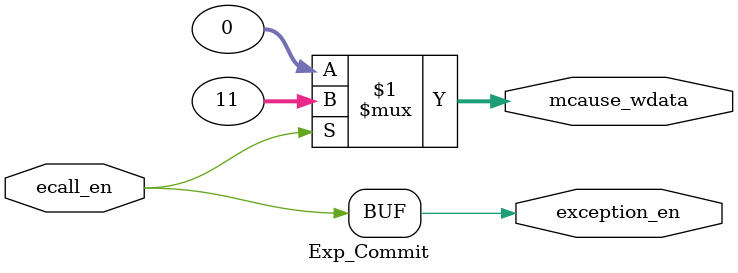
<source format=v>
module Exp_Commit(
    input         ecall_en,
    output        exception_en,
    output [31:0] mcause_wdata
);
    assign exception_en = ecall_en;
    assign mcause_wdata = ecall_en ? 32'd11 : 32'd0;

endmodule

</source>
